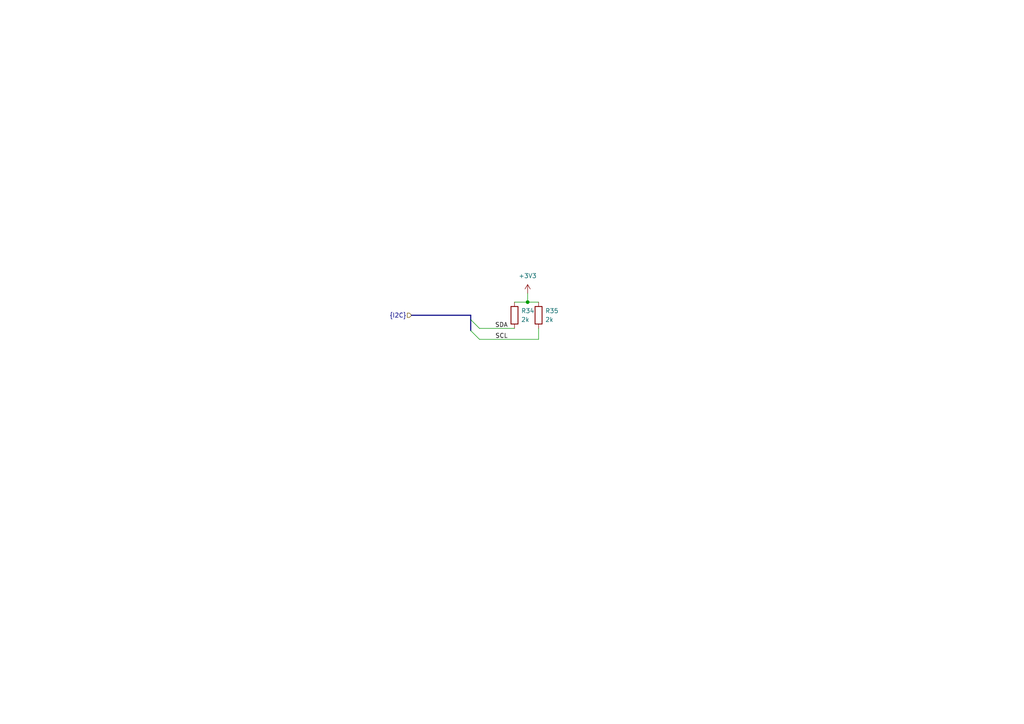
<source format=kicad_sch>
(kicad_sch (version 20230121) (generator eeschema)
  (paper "A4")
  (lib_symbols
    (symbol "Device:R" (pin_numbers hide) (pin_names (offset 0))
      (property "Reference" "R" (at 2.032 0 90))
      (property "Value" "R" (at 0 0 90))
      (symbol "R_0_1"
        (rectangle (start -1.016 -2.54) (end 1.016 2.54) (stroke (width 0.254)))
      )
      (symbol "R_1_1"
        (pin passive line (at 0 3.81 270) (length 1.27) (name "~") (number "1"))
        (pin passive line (at 0 -3.81 90) (length 1.27) (name "~") (number "2"))
      )
    )
    (symbol "power:+3V3" (power) (pin_names (offset 0))
      (property "Value" "+3V3" (at 0 3.556 0))
      (symbol "+3V3_0_1"
        (polyline (pts (xy -0.762 1.27) (xy 0 2.54)))
        (polyline (pts (xy 0 0) (xy 0 2.54)))
        (polyline (pts (xy 0 2.54) (xy 0.762 1.27)))
      )
      (symbol "+3V3_1_1"
        (pin power_in line (at 0 0 90) (length 0) hide (name "+3V3") (number "1"))
      )
    )
  )
  (junction (at 153.035 87.63))
  (bus_entry (at 136.525 95.885) (size 2.54 2.54))
  (bus_entry (at 136.525 92.71) (size 2.54 2.54))
  (wire (pts (xy 139.065 98.425) (xy 156.21 98.425)))
  (bus (pts (xy 136.525 91.44) (xy 136.525 92.71)))
  (wire (pts (xy 153.035 85.09) (xy 153.035 87.63)))
  (wire (pts (xy 153.035 87.63) (xy 156.21 87.63)))
  (wire (pts (xy 139.065 95.25) (xy 149.225 95.25)))
  (wire (pts (xy 149.225 87.63) (xy 153.035 87.63)))
  (bus (pts (xy 136.525 92.71) (xy 136.525 95.885)))
  (bus (pts (xy 119.38 91.44) (xy 136.525 91.44)))
  (wire (pts (xy 156.21 98.425) (xy 156.21 95.25)))
  (label "SDA" (at 147.32 95.25 180))
  (label "SCL" (at 147.32 98.425 180))
  (hierarchical_label "{I2C}" (shape input) (at 119.38 91.44 180))
  (symbol (lib_id "power:+3V3") (at 153.035 85.09 0) (unit 1)
    (property "Reference" "#PWR083" (effects hide))
    (property "Value" "+3V3" (at 153.035 80.01 0))
    (instances (project "marvin_fc_board" (path "" (reference "#PWR083") (unit 1)) (path "" (reference "#PWR094") (unit 1))))
  )
  (symbol (lib_id "Device:R") (at 149.225 91.44 0) (unit 1)
    (property "Reference" "R34" (at 151.13 90.1699 0) (effects (justify left)))
    (property "Value" "2k" (at 151.13 92.7099 0) (effects (justify left)))
    (property "Footprint" "Resistor_SMD:R_0603_1608Metric" (effects hide))
    (instances (project "marvin_fc_board" (path "" (reference "R34") (unit 1)) (path "" (reference "R37") (unit 1))))
  )
  (symbol (lib_id "Device:R") (at 156.21 91.44 0) (unit 1)
    (property "Reference" "R35" (at 158.115 90.1699 0) (effects (justify left)))
    (property "Value" "2k" (at 158.115 92.7099 0) (effects (justify left)))
    (property "Footprint" "Resistor_SMD:R_0603_1608Metric" (effects hide))
    (instances (project "marvin_fc_board" (path "" (reference "R35") (unit 1)) (path "" (reference "R38") (unit 1))))
  )
)
</source>
